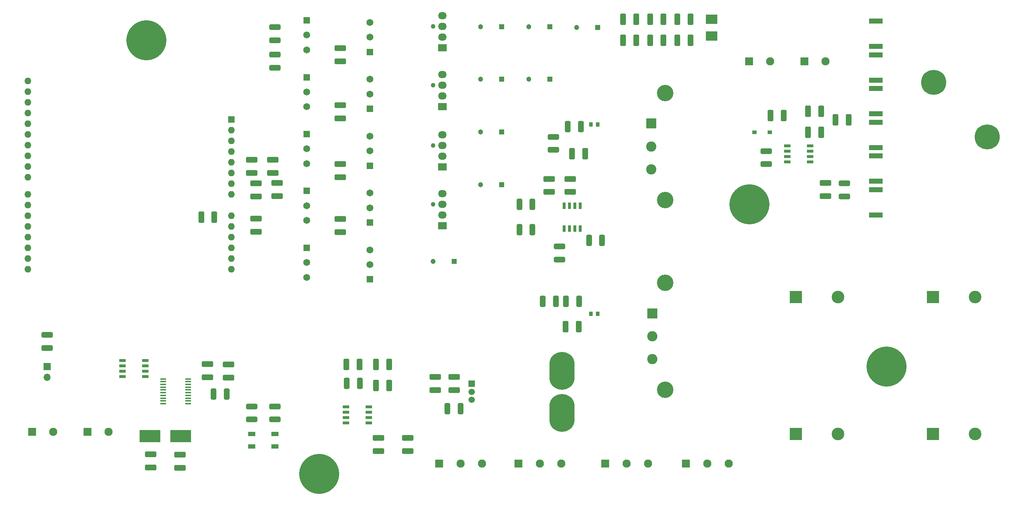
<source format=gbr>
%TF.GenerationSoftware,KiCad,Pcbnew,9.0.0*%
%TF.CreationDate,2025-03-25T18:07:07-07:00*%
%TF.ProjectId,DynamicBrakeGrid,44796e61-6d69-4634-9272-616b65477269,rev?*%
%TF.SameCoordinates,Original*%
%TF.FileFunction,Soldermask,Top*%
%TF.FilePolarity,Negative*%
%FSLAX46Y46*%
G04 Gerber Fmt 4.6, Leading zero omitted, Abs format (unit mm)*
G04 Created by KiCad (PCBNEW 9.0.0) date 2025-03-25 18:07:07*
%MOMM*%
%LPD*%
G01*
G04 APERTURE LIST*
G04 Aperture macros list*
%AMRoundRect*
0 Rectangle with rounded corners*
0 $1 Rounding radius*
0 $2 $3 $4 $5 $6 $7 $8 $9 X,Y pos of 4 corners*
0 Add a 4 corners polygon primitive as box body*
4,1,4,$2,$3,$4,$5,$6,$7,$8,$9,$2,$3,0*
0 Add four circle primitives for the rounded corners*
1,1,$1+$1,$2,$3*
1,1,$1+$1,$4,$5*
1,1,$1+$1,$6,$7*
1,1,$1+$1,$8,$9*
0 Add four rect primitives between the rounded corners*
20,1,$1+$1,$2,$3,$4,$5,0*
20,1,$1+$1,$4,$5,$6,$7,0*
20,1,$1+$1,$6,$7,$8,$9,0*
20,1,$1+$1,$8,$9,$2,$3,0*%
%AMHorizOval*
0 Thick line with rounded ends*
0 $1 width*
0 $2 $3 position (X,Y) of the first rounded end (center of the circle)*
0 $4 $5 position (X,Y) of the second rounded end (center of the circle)*
0 Add line between two ends*
20,1,$1,$2,$3,$4,$5,0*
0 Add two circle primitives to create the rounded ends*
1,1,$1,$2,$3*
1,1,$1,$4,$5*%
G04 Aperture macros list end*
%ADD10RoundRect,0.250000X-1.075000X0.400000X-1.075000X-0.400000X1.075000X-0.400000X1.075000X0.400000X0*%
%ADD11R,1.750000X1.000000*%
%ADD12RoundRect,0.250000X-0.412500X-1.100000X0.412500X-1.100000X0.412500X1.100000X-0.412500X1.100000X0*%
%ADD13R,1.950000X1.950000*%
%ADD14C,1.950000*%
%ADD15C,9.500000*%
%ADD16RoundRect,0.250000X0.412500X1.100000X-0.412500X1.100000X-0.412500X-1.100000X0.412500X-1.100000X0*%
%ADD17R,1.528000X0.650000*%
%ADD18R,1.050000X0.850000*%
%ADD19R,3.300000X1.200000*%
%ADD20R,1.200000X1.200000*%
%ADD21C,1.200000*%
%ADD22C,3.900000*%
%ADD23C,2.430000*%
%ADD24R,2.430000X2.430000*%
%ADD25R,1.650000X1.650000*%
%ADD26C,1.650000*%
%ADD27R,2.720000X2.290000*%
%ADD28R,4.900000X3.000000*%
%ADD29R,1.500000X1.500000*%
%ADD30C,1.500000*%
%ADD31HorizOval,0.800000X0.000000X0.000000X0.000000X0.000000X0*%
%ADD32HorizOval,0.800000X0.000000X0.000000X0.000000X0.000000X0*%
%ADD33C,0.800000*%
%ADD34O,6.000000X9.000000*%
%ADD35RoundRect,0.250000X0.400000X1.075000X-0.400000X1.075000X-0.400000X-1.075000X0.400000X-1.075000X0*%
%ADD36RoundRect,0.250000X1.075000X-0.400000X1.075000X0.400000X-1.075000X0.400000X-1.075000X-0.400000X0*%
%ADD37RoundRect,0.250000X-0.400000X-1.075000X0.400000X-1.075000X0.400000X1.075000X-0.400000X1.075000X0*%
%ADD38C,1.100000*%
%ADD39R,2.030000X1.730000*%
%ADD40O,2.030000X1.730000*%
%ADD41R,1.700000X1.700000*%
%ADD42O,1.700000X1.700000*%
%ADD43C,5.940000*%
%ADD44R,1.475000X0.450000*%
%ADD45R,0.650000X1.528000*%
%ADD46R,0.950000X1.000000*%
%ADD47RoundRect,0.250000X1.100000X-0.412500X1.100000X0.412500X-1.100000X0.412500X-1.100000X-0.412500X0*%
%ADD48RoundRect,0.250000X-1.100000X0.412500X-1.100000X-0.412500X1.100000X-0.412500X1.100000X0.412500X0*%
%ADD49R,3.000000X3.000000*%
%ADD50C,3.000000*%
%ADD51R,1.600000X1.600000*%
%ADD52O,1.600000X1.600000*%
G04 APERTURE END LIST*
D10*
%TO.C,R62*%
X87000000Y-136950000D03*
X87000000Y-140050000D03*
%TD*%
D11*
%TO.C,LED1*%
X87000000Y-146500000D03*
X87000000Y-143500000D03*
%TD*%
D10*
%TO.C,R63*%
X92500000Y-140050000D03*
X92500000Y-136950000D03*
%TD*%
D11*
%TO.C,LED2*%
X92500000Y-143500000D03*
X92500000Y-146500000D03*
%TD*%
D12*
%TO.C,C34*%
X191062500Y-45000000D03*
X187937500Y-45000000D03*
%TD*%
%TO.C,C32*%
X191000000Y-50000000D03*
X187875000Y-50000000D03*
%TD*%
D13*
%TO.C,J1*%
X218000000Y-55000000D03*
D14*
X223000000Y-55000000D03*
%TD*%
%TO.C,J2*%
X209900000Y-55000000D03*
D13*
X204900000Y-55000000D03*
%TD*%
D15*
%TO.C,H2*%
X205000000Y-89000000D03*
%TD*%
D12*
%TO.C,C64*%
X222000000Y-71900000D03*
X218875000Y-71900000D03*
%TD*%
%TO.C,C81*%
X213125000Y-67900000D03*
X210000000Y-67900000D03*
%TD*%
D16*
%TO.C,C82*%
X225437500Y-68900000D03*
X228562500Y-68900000D03*
%TD*%
D10*
%TO.C,R72*%
X209000000Y-79450000D03*
X209000000Y-76350000D03*
%TD*%
D17*
%TO.C,IC5*%
X219413500Y-75090000D03*
X219413500Y-76360000D03*
X219413500Y-77630000D03*
X219413500Y-78900000D03*
X213991500Y-78900000D03*
X213991500Y-77630000D03*
X213991500Y-76360000D03*
X213991500Y-75090000D03*
%TD*%
D18*
%TO.C,Z3*%
X206200000Y-71900000D03*
X209800000Y-71900000D03*
%TD*%
D12*
%TO.C,C63*%
X222000000Y-66900000D03*
X218875000Y-66900000D03*
%TD*%
D19*
%TO.C,R67*%
X235000000Y-69500000D03*
X235000000Y-75500000D03*
%TD*%
%TO.C,R69*%
X235000000Y-53500000D03*
X235000000Y-59500000D03*
%TD*%
%TO.C,R66*%
X235000000Y-83500000D03*
X235000000Y-77500000D03*
%TD*%
%TO.C,R70*%
X235000000Y-45500000D03*
X235000000Y-51500000D03*
%TD*%
%TO.C,R68*%
X235000000Y-67500000D03*
X235000000Y-61500000D03*
%TD*%
%TO.C,R65*%
X235000000Y-85500000D03*
X235000000Y-91500000D03*
%TD*%
D20*
%TO.C,C2*%
X135000000Y-102500000D03*
D21*
X130000000Y-102500000D03*
%TD*%
%TO.C,C3*%
X164000000Y-47000000D03*
D20*
X169000000Y-47000000D03*
%TD*%
D21*
%TO.C,C4*%
X152660000Y-59300000D03*
D20*
X157660000Y-59300000D03*
%TD*%
D21*
%TO.C,C5*%
X152660000Y-46800000D03*
D20*
X157660000Y-46800000D03*
%TD*%
D22*
%TO.C,H5*%
X185000000Y-107600000D03*
X185000000Y-133000000D03*
%TD*%
%TO.C,H6*%
X185000000Y-62600000D03*
X185000000Y-88000000D03*
%TD*%
D23*
%TO.C,Q2*%
X181710000Y-80680000D03*
X181710000Y-75240000D03*
D24*
X181710000Y-69800000D03*
%TD*%
D23*
%TO.C,Q1*%
X182000000Y-125740000D03*
X182000000Y-120300000D03*
D24*
X182000000Y-114860000D03*
%TD*%
D21*
%TO.C,C6*%
X141210000Y-46800000D03*
D20*
X146210000Y-46800000D03*
%TD*%
D25*
%TO.C,J8*%
X100000000Y-72300000D03*
D26*
X100000000Y-75800000D03*
X100000000Y-79300000D03*
%TD*%
D25*
%TO.C,J24*%
X100000000Y-99300000D03*
D26*
X100000000Y-102800000D03*
X100000000Y-106300000D03*
%TD*%
D25*
%TO.C,J5*%
X100000000Y-45300000D03*
D26*
X100000000Y-48800000D03*
X100000000Y-52300000D03*
%TD*%
D21*
%TO.C,C7*%
X141210000Y-84300000D03*
D20*
X146210000Y-84300000D03*
%TD*%
D21*
%TO.C,C8*%
X141210000Y-71800000D03*
D20*
X146210000Y-71800000D03*
%TD*%
D21*
%TO.C,C9*%
X141210000Y-59300000D03*
D20*
X146210000Y-59300000D03*
%TD*%
D25*
%TO.C,J9*%
X100000000Y-85800000D03*
D26*
X100000000Y-89300000D03*
X100000000Y-92800000D03*
%TD*%
D25*
%TO.C,J7*%
X100000000Y-58800000D03*
D26*
X100000000Y-62300000D03*
X100000000Y-65800000D03*
%TD*%
D15*
%TO.C,H4*%
X237500000Y-127500000D03*
%TD*%
%TO.C,H3*%
X103000000Y-153000000D03*
%TD*%
%TO.C,H1*%
X62000000Y-50000000D03*
%TD*%
D14*
%TO.C,J16*%
X181000000Y-150500000D03*
X175920000Y-150500000D03*
D13*
X170840000Y-150500000D03*
%TD*%
D14*
%TO.C,J17*%
X200080000Y-150500000D03*
X195000000Y-150500000D03*
D13*
X189920000Y-150500000D03*
%TD*%
D27*
%TO.C,Z1*%
X196000000Y-45000000D03*
X196000000Y-49050000D03*
%TD*%
D28*
%TO.C,Y1*%
X62850000Y-144000000D03*
X70150000Y-144000000D03*
%TD*%
D29*
%TO.C,U6*%
X139175000Y-131600000D03*
D30*
X139175000Y-133510000D03*
X139175000Y-135420000D03*
D31*
X161205000Y-134560000D03*
D32*
X159945000Y-134560000D03*
D33*
X162235000Y-135310000D03*
X158915000Y-135310000D03*
X162625000Y-136510000D03*
X158525000Y-136510000D03*
X162625000Y-137840000D03*
X158525000Y-137840000D03*
D34*
X160575000Y-138510000D03*
D33*
X162625000Y-139180000D03*
X158525000Y-139180000D03*
X162625000Y-140510000D03*
X158525000Y-140510000D03*
X162235000Y-141710000D03*
X158915000Y-141710000D03*
X161205000Y-142460000D03*
X159945000Y-142460000D03*
X161205000Y-124560000D03*
X159945000Y-124560000D03*
X162235000Y-125310000D03*
X158915000Y-125310000D03*
X162625000Y-126510000D03*
X158525000Y-126510000D03*
X162625000Y-127840000D03*
X158525000Y-127840000D03*
D34*
X160575000Y-128510000D03*
D33*
X162625000Y-129180000D03*
X158525000Y-129180000D03*
X162625000Y-130510000D03*
X158525000Y-130510000D03*
X162235000Y-131710000D03*
X158915000Y-131710000D03*
D32*
X161205000Y-132460000D03*
D31*
X159945000Y-132460000D03*
%TD*%
D35*
%TO.C,R73*%
X112612500Y-131500000D03*
X109512500Y-131500000D03*
%TD*%
D10*
%TO.C,R71*%
X227500000Y-84000000D03*
X227500000Y-87100000D03*
%TD*%
D36*
%TO.C,R60*%
X38500000Y-123100000D03*
X38500000Y-120000000D03*
%TD*%
D37*
%TO.C,R59*%
X77950000Y-134000000D03*
X81050000Y-134000000D03*
%TD*%
D35*
%TO.C,R58*%
X170050000Y-97500000D03*
X166950000Y-97500000D03*
%TD*%
D10*
%TO.C,R56*%
X158500000Y-72950000D03*
X158500000Y-76050000D03*
%TD*%
D35*
%TO.C,R55*%
X165050000Y-70500000D03*
X161950000Y-70500000D03*
%TD*%
%TO.C,R52*%
X159100000Y-112000000D03*
X156000000Y-112000000D03*
%TD*%
%TO.C,R51*%
X164600000Y-112000000D03*
X161500000Y-112000000D03*
%TD*%
D36*
%TO.C,R50*%
X160000000Y-102100000D03*
X160000000Y-99000000D03*
%TD*%
D37*
%TO.C,R39*%
X133400000Y-137500000D03*
X136500000Y-137500000D03*
%TD*%
D35*
%TO.C,R4*%
X153550000Y-89000000D03*
X150450000Y-89000000D03*
%TD*%
%TO.C,R3*%
X153550000Y-95000000D03*
X150450000Y-95000000D03*
%TD*%
D10*
%TO.C,R2*%
X92500000Y-46900000D03*
X92500000Y-50000000D03*
%TD*%
%TO.C,R1*%
X92500000Y-53450000D03*
X92500000Y-56550000D03*
%TD*%
D38*
%TO.C,M8*%
X130000000Y-46720000D03*
D39*
X132160000Y-51800000D03*
D40*
X132160000Y-49260000D03*
X132160000Y-46720000D03*
X132160000Y-44180000D03*
%TD*%
D38*
%TO.C,M3*%
X130000000Y-60720000D03*
D39*
X132160000Y-65800000D03*
D40*
X132160000Y-63260000D03*
X132160000Y-60720000D03*
X132160000Y-58180000D03*
%TD*%
D38*
%TO.C,M2*%
X130000000Y-75000000D03*
D39*
X132160000Y-80080000D03*
D40*
X132160000Y-77540000D03*
X132160000Y-75000000D03*
X132160000Y-72460000D03*
%TD*%
D38*
%TO.C,M1*%
X130000000Y-89000000D03*
D39*
X132160000Y-94080000D03*
D40*
X132160000Y-91540000D03*
X132160000Y-89000000D03*
X132160000Y-86460000D03*
%TD*%
D41*
%TO.C,JP1*%
X38500000Y-127500000D03*
D42*
X38500000Y-130040000D03*
%TD*%
D25*
%TO.C,J25*%
X115000000Y-52800000D03*
D26*
X115000000Y-49300000D03*
X115000000Y-45800000D03*
%TD*%
D13*
%TO.C,J23*%
X150205000Y-150525000D03*
D14*
X155285000Y-150525000D03*
X160365000Y-150525000D03*
%TD*%
D13*
%TO.C,J22*%
X131410000Y-150525000D03*
D14*
X136490000Y-150525000D03*
X141570000Y-150525000D03*
%TD*%
D43*
%TO.C,J13*%
X248650000Y-60000000D03*
X261350000Y-73000000D03*
%TD*%
D25*
%TO.C,J12*%
X115000000Y-66300000D03*
D26*
X115000000Y-62800000D03*
X115000000Y-59300000D03*
%TD*%
D25*
%TO.C,J11*%
X115000000Y-79800000D03*
D26*
X115000000Y-76300000D03*
X115000000Y-72800000D03*
%TD*%
D25*
%TO.C,J10*%
X115000000Y-93300000D03*
D26*
X115000000Y-89800000D03*
X115000000Y-86300000D03*
%TD*%
D25*
%TO.C,J6*%
X115000000Y-106800000D03*
D26*
X115000000Y-103300000D03*
X115000000Y-99800000D03*
%TD*%
D13*
%TO.C,J4*%
X48000000Y-143000000D03*
D14*
X53000000Y-143000000D03*
%TD*%
D13*
%TO.C,J3*%
X34900000Y-143000000D03*
D14*
X39900000Y-143000000D03*
%TD*%
D17*
%TO.C,IC8*%
X109289000Y-137095000D03*
X109289000Y-138365000D03*
X109289000Y-139635000D03*
X109289000Y-140905000D03*
X114711000Y-140905000D03*
X114711000Y-139635000D03*
X114711000Y-138365000D03*
X114711000Y-137095000D03*
%TD*%
%TO.C,IC7*%
X61711000Y-129905000D03*
X61711000Y-128635000D03*
X61711000Y-127365000D03*
X61711000Y-126095000D03*
X56289000Y-126095000D03*
X56289000Y-127365000D03*
X56289000Y-128635000D03*
X56289000Y-129905000D03*
%TD*%
D44*
%TO.C,IC6*%
X66000000Y-130450000D03*
X66000000Y-131100000D03*
X66000000Y-131750000D03*
X66000000Y-132400000D03*
X66000000Y-133050000D03*
X66000000Y-133700000D03*
X66000000Y-134350000D03*
X66000000Y-135000000D03*
X66000000Y-135650000D03*
X66000000Y-136300000D03*
X71876000Y-136300000D03*
X71876000Y-135650000D03*
X71876000Y-135000000D03*
X71876000Y-134350000D03*
X71876000Y-133700000D03*
X71876000Y-133050000D03*
X71876000Y-132400000D03*
X71876000Y-131750000D03*
X71876000Y-131100000D03*
X71876000Y-130450000D03*
%TD*%
D45*
%TO.C,IC3*%
X161095000Y-94711000D03*
X162365000Y-94711000D03*
X163635000Y-94711000D03*
X164905000Y-94711000D03*
X164905000Y-89289000D03*
X163635000Y-89289000D03*
X162365000Y-89289000D03*
X161095000Y-89289000D03*
%TD*%
D46*
%TO.C,FB3*%
X167400000Y-70000000D03*
X169000000Y-70000000D03*
%TD*%
%TO.C,FB1*%
X167400000Y-115000000D03*
X169000000Y-115000000D03*
%TD*%
D47*
%TO.C,C84*%
X88000000Y-95500000D03*
X88000000Y-92375000D03*
%TD*%
D16*
%TO.C,C83*%
X78125000Y-92000000D03*
X75000000Y-92000000D03*
%TD*%
%TO.C,C80*%
X112562500Y-127000000D03*
X109437500Y-127000000D03*
%TD*%
D48*
%TO.C,C79*%
X117000000Y-144437500D03*
X117000000Y-147562500D03*
%TD*%
D16*
%TO.C,C78*%
X119562500Y-127000000D03*
X116437500Y-127000000D03*
%TD*%
%TO.C,C77*%
X119562500Y-132000000D03*
X116437500Y-132000000D03*
%TD*%
D47*
%TO.C,C76*%
X124000000Y-147562500D03*
X124000000Y-144437500D03*
%TD*%
D48*
%TO.C,C75*%
X130500000Y-129937500D03*
X130500000Y-133062500D03*
%TD*%
%TO.C,C74*%
X135000000Y-129937500D03*
X135000000Y-133062500D03*
%TD*%
D47*
%TO.C,C73*%
X108000000Y-95562500D03*
X108000000Y-92437500D03*
%TD*%
%TO.C,C72*%
X108000000Y-82562500D03*
X108000000Y-79437500D03*
%TD*%
%TO.C,C71*%
X108000000Y-68562500D03*
X108000000Y-65437500D03*
%TD*%
%TO.C,C70*%
X108000000Y-55062500D03*
X108000000Y-51937500D03*
%TD*%
D48*
%TO.C,C69*%
X223000000Y-83937500D03*
X223000000Y-87062500D03*
%TD*%
%TO.C,C68*%
X63000000Y-148375000D03*
X63000000Y-151500000D03*
%TD*%
%TO.C,C67*%
X70000000Y-148437500D03*
X70000000Y-151562500D03*
%TD*%
D47*
%TO.C,C66*%
X81500000Y-130125000D03*
X81500000Y-127000000D03*
%TD*%
%TO.C,C65*%
X76500000Y-130062500D03*
X76500000Y-126937500D03*
%TD*%
D48*
%TO.C,C62*%
X92000000Y-78437500D03*
X92000000Y-81562500D03*
%TD*%
%TO.C,C61*%
X87000000Y-78375000D03*
X87000000Y-81500000D03*
%TD*%
D47*
%TO.C,C60*%
X88000000Y-87125000D03*
X88000000Y-84000000D03*
%TD*%
%TO.C,C59*%
X93000000Y-87062500D03*
X93000000Y-83937500D03*
%TD*%
D12*
%TO.C,C47*%
X162937500Y-77000000D03*
X166062500Y-77000000D03*
%TD*%
%TO.C,C38*%
X161437500Y-118000000D03*
X164562500Y-118000000D03*
%TD*%
D47*
%TO.C,C37*%
X162500000Y-86062500D03*
X162500000Y-82937500D03*
%TD*%
%TO.C,C36*%
X157500000Y-86062500D03*
X157500000Y-82937500D03*
%TD*%
D12*
%TO.C,C29*%
X175000000Y-50000000D03*
X178125000Y-50000000D03*
%TD*%
%TO.C,C28*%
X175000000Y-45000000D03*
X178125000Y-45000000D03*
%TD*%
%TO.C,C27*%
X181437500Y-50000000D03*
X184562500Y-50000000D03*
%TD*%
%TO.C,C26*%
X181437500Y-45000000D03*
X184562500Y-45000000D03*
%TD*%
D49*
%TO.C,C15*%
X248500000Y-143500000D03*
D50*
X258500000Y-143500000D03*
%TD*%
D49*
%TO.C,C14*%
X248500000Y-111000000D03*
D50*
X258500000Y-111000000D03*
%TD*%
D49*
%TO.C,C13*%
X216000000Y-143500000D03*
D50*
X226000000Y-143500000D03*
%TD*%
D49*
%TO.C,C12*%
X216000000Y-111000000D03*
D50*
X226000000Y-111000000D03*
%TD*%
D51*
%TO.C,A1*%
X82130000Y-68825000D03*
D52*
X82130000Y-71365000D03*
X82130000Y-73905000D03*
X82130000Y-76445000D03*
X82130000Y-78985000D03*
X82130000Y-81525000D03*
X82130000Y-84065000D03*
X82130000Y-86605000D03*
X82130000Y-91685000D03*
X82130000Y-94225000D03*
X82130000Y-96765000D03*
X82130000Y-99305000D03*
X82130000Y-101845000D03*
X82130000Y-104385000D03*
X33870000Y-104385000D03*
X33870000Y-101845000D03*
X33870000Y-99305000D03*
X33870000Y-96765000D03*
X33870000Y-94225000D03*
X33870000Y-91685000D03*
X33870000Y-89145000D03*
X33870000Y-86605000D03*
X33870000Y-82545000D03*
X33870000Y-80005000D03*
X33870000Y-77465000D03*
X33870000Y-74925000D03*
X33870000Y-72385000D03*
X33870000Y-69845000D03*
X33870000Y-67305000D03*
X33870000Y-64765000D03*
X33870000Y-62225000D03*
X33870000Y-59685000D03*
%TD*%
M02*

</source>
